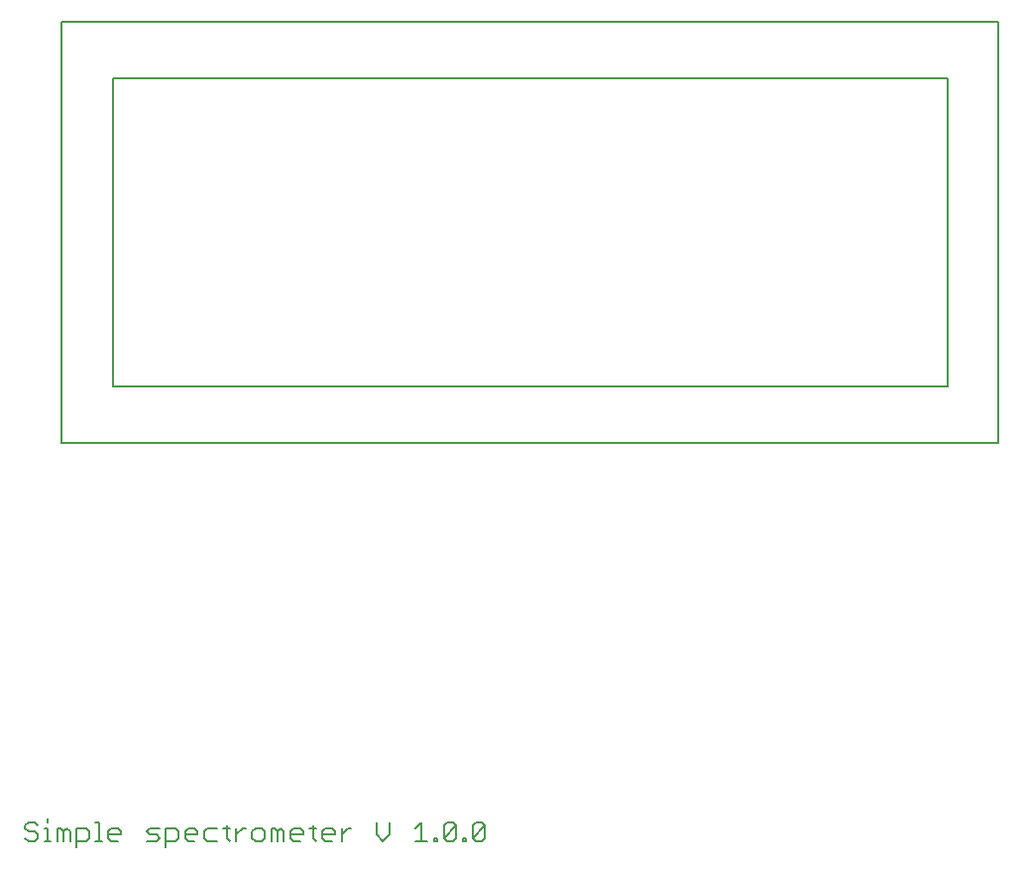
<source format=gto>
G75*
%MOIN*%
%OFA0B0*%
%FSLAX25Y25*%
%IPPOS*%
%LPD*%
%AMOC8*
5,1,8,0,0,1.08239X$1,22.5*
%
%ADD10C,0.00600*%
%ADD11C,0.00800*%
D10*
X0028300Y0008168D02*
X0029368Y0007100D01*
X0031503Y0007100D01*
X0032570Y0008168D01*
X0032570Y0009235D01*
X0031503Y0010303D01*
X0029368Y0010303D01*
X0028300Y0011370D01*
X0028300Y0012438D01*
X0029368Y0013505D01*
X0031503Y0013505D01*
X0032570Y0012438D01*
X0034745Y0011370D02*
X0035813Y0011370D01*
X0035813Y0007100D01*
X0034745Y0007100D02*
X0036881Y0007100D01*
X0039042Y0007100D02*
X0039042Y0011370D01*
X0040110Y0011370D01*
X0041178Y0010303D01*
X0042245Y0011370D01*
X0043313Y0010303D01*
X0043313Y0007100D01*
X0041178Y0007100D02*
X0041178Y0010303D01*
X0045488Y0011370D02*
X0048691Y0011370D01*
X0049758Y0010303D01*
X0049758Y0008168D01*
X0048691Y0007100D01*
X0045488Y0007100D01*
X0045488Y0004965D02*
X0045488Y0011370D01*
X0051933Y0013505D02*
X0053001Y0013505D01*
X0053001Y0007100D01*
X0051933Y0007100D02*
X0054069Y0007100D01*
X0056230Y0008168D02*
X0056230Y0010303D01*
X0057298Y0011370D01*
X0059433Y0011370D01*
X0060501Y0010303D01*
X0060501Y0009235D01*
X0056230Y0009235D01*
X0056230Y0008168D02*
X0057298Y0007100D01*
X0059433Y0007100D01*
X0069121Y0007100D02*
X0072324Y0007100D01*
X0073392Y0008168D01*
X0072324Y0009235D01*
X0070189Y0009235D01*
X0069121Y0010303D01*
X0070189Y0011370D01*
X0073392Y0011370D01*
X0075567Y0011370D02*
X0078770Y0011370D01*
X0079837Y0010303D01*
X0079837Y0008168D01*
X0078770Y0007100D01*
X0075567Y0007100D01*
X0075567Y0004965D02*
X0075567Y0011370D01*
X0082012Y0010303D02*
X0082012Y0008168D01*
X0083080Y0007100D01*
X0085215Y0007100D01*
X0086283Y0009235D02*
X0082012Y0009235D01*
X0082012Y0010303D02*
X0083080Y0011370D01*
X0085215Y0011370D01*
X0086283Y0010303D01*
X0086283Y0009235D01*
X0088458Y0008168D02*
X0089526Y0007100D01*
X0092728Y0007100D01*
X0095971Y0008168D02*
X0097039Y0007100D01*
X0095971Y0008168D02*
X0095971Y0012438D01*
X0094903Y0011370D02*
X0097039Y0011370D01*
X0099200Y0011370D02*
X0099200Y0007100D01*
X0099200Y0009235D02*
X0101336Y0011370D01*
X0102403Y0011370D01*
X0104572Y0010303D02*
X0104572Y0008168D01*
X0105639Y0007100D01*
X0107774Y0007100D01*
X0108842Y0008168D01*
X0108842Y0010303D01*
X0107774Y0011370D01*
X0105639Y0011370D01*
X0104572Y0010303D01*
X0111017Y0011370D02*
X0111017Y0007100D01*
X0113152Y0007100D02*
X0113152Y0010303D01*
X0114220Y0011370D01*
X0115288Y0010303D01*
X0115288Y0007100D01*
X0117463Y0008168D02*
X0117463Y0010303D01*
X0118530Y0011370D01*
X0120665Y0011370D01*
X0121733Y0010303D01*
X0121733Y0009235D01*
X0117463Y0009235D01*
X0117463Y0008168D02*
X0118530Y0007100D01*
X0120665Y0007100D01*
X0124976Y0008168D02*
X0126043Y0007100D01*
X0124976Y0008168D02*
X0124976Y0012438D01*
X0126043Y0011370D02*
X0123908Y0011370D01*
X0128205Y0010303D02*
X0128205Y0008168D01*
X0129273Y0007100D01*
X0131408Y0007100D01*
X0132476Y0009235D02*
X0128205Y0009235D01*
X0128205Y0010303D02*
X0129273Y0011370D01*
X0131408Y0011370D01*
X0132476Y0010303D01*
X0132476Y0009235D01*
X0134651Y0009235D02*
X0136786Y0011370D01*
X0137853Y0011370D01*
X0134651Y0011370D02*
X0134651Y0007100D01*
X0146467Y0009235D02*
X0148603Y0007100D01*
X0150738Y0009235D01*
X0150738Y0013505D01*
X0146467Y0013505D02*
X0146467Y0009235D01*
X0159358Y0007100D02*
X0163629Y0007100D01*
X0161494Y0007100D02*
X0161494Y0013505D01*
X0159358Y0011370D01*
X0165804Y0008168D02*
X0166872Y0008168D01*
X0166872Y0007100D01*
X0165804Y0007100D01*
X0165804Y0008168D01*
X0169027Y0008168D02*
X0173297Y0012438D01*
X0173297Y0008168D01*
X0172229Y0007100D01*
X0170094Y0007100D01*
X0169027Y0008168D01*
X0169027Y0012438D01*
X0170094Y0013505D01*
X0172229Y0013505D01*
X0173297Y0012438D01*
X0178695Y0012438D02*
X0179762Y0013505D01*
X0181898Y0013505D01*
X0182965Y0012438D01*
X0178695Y0008168D01*
X0179762Y0007100D01*
X0181898Y0007100D01*
X0182965Y0008168D01*
X0182965Y0012438D01*
X0178695Y0012438D02*
X0178695Y0008168D01*
X0176540Y0008168D02*
X0176540Y0007100D01*
X0175472Y0007100D01*
X0175472Y0008168D01*
X0176540Y0008168D01*
X0113152Y0010303D02*
X0112085Y0011370D01*
X0111017Y0011370D01*
X0092728Y0011370D02*
X0089526Y0011370D01*
X0088458Y0010303D01*
X0088458Y0008168D01*
X0035813Y0013505D02*
X0035813Y0014573D01*
D11*
X0040520Y0140934D02*
X0040520Y0282666D01*
X0355480Y0282666D01*
X0355480Y0140934D01*
X0040520Y0140934D01*
X0057646Y0160028D02*
X0057646Y0263572D01*
X0338354Y0263572D01*
X0338354Y0160028D01*
X0057646Y0160028D01*
M02*

</source>
